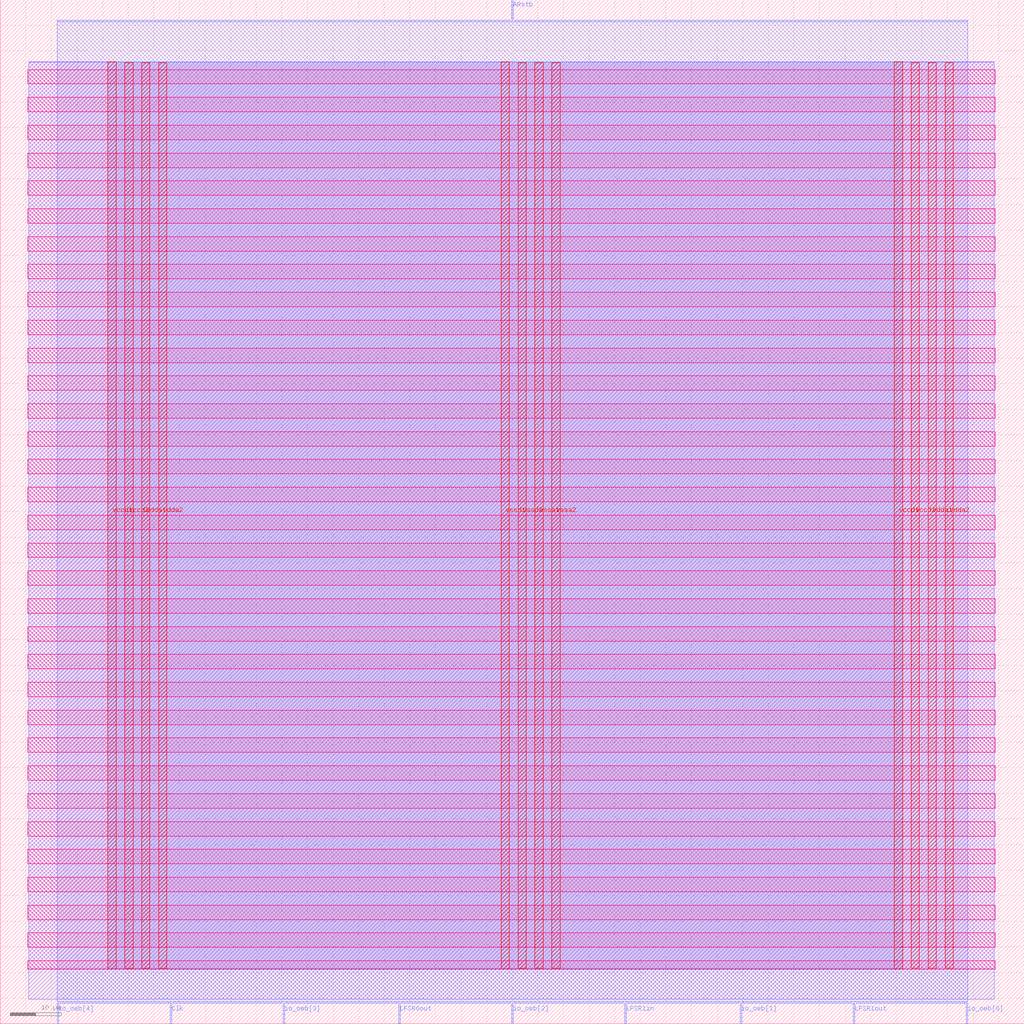
<source format=lef>
VERSION 5.7 ;
  NOWIREEXTENSIONATPIN ON ;
  DIVIDERCHAR "/" ;
  BUSBITCHARS "[]" ;
MACRO lfsr32
  CLASS BLOCK ;
  FOREIGN lfsr32 ;
  ORIGIN 0.000 0.000 ;
  SIZE 200.000 BY 200.000 ;
  PIN ARstb
    DIRECTION INPUT ;
    USE SIGNAL ;
    PORT
      LAYER met2 ;
        RECT 99.910 196.000 100.190 200.000 ;
    END
  END ARstb
  PIN Clk
    DIRECTION INPUT ;
    USE SIGNAL ;
    PORT
      LAYER met2 ;
        RECT 33.210 0.000 33.490 4.000 ;
    END
  END Clk
  PIN LFSR0out
    DIRECTION OUTPUT TRISTATE ;
    USE SIGNAL ;
    PORT
      LAYER met2 ;
        RECT 77.830 0.000 78.110 4.000 ;
    END
  END LFSR0out
  PIN LFSR1in
    DIRECTION INPUT ;
    USE SIGNAL ;
    PORT
      LAYER met2 ;
        RECT 121.990 0.000 122.270 4.000 ;
    END
  END LFSR1in
  PIN LFSR1out
    DIRECTION OUTPUT TRISTATE ;
    USE SIGNAL ;
    PORT
      LAYER met2 ;
        RECT 166.610 0.000 166.890 4.000 ;
    END
  END LFSR1out
  PIN io_oeb[0]
    DIRECTION OUTPUT TRISTATE ;
    USE SIGNAL ;
    PORT
      LAYER met2 ;
        RECT 188.690 0.000 188.970 4.000 ;
    END
  END io_oeb[0]
  PIN io_oeb[1]
    DIRECTION OUTPUT TRISTATE ;
    USE SIGNAL ;
    PORT
      LAYER met2 ;
        RECT 144.530 0.000 144.810 4.000 ;
    END
  END io_oeb[1]
  PIN io_oeb[2]
    DIRECTION OUTPUT TRISTATE ;
    USE SIGNAL ;
    PORT
      LAYER met2 ;
        RECT 99.910 0.000 100.190 4.000 ;
    END
  END io_oeb[2]
  PIN io_oeb[3]
    DIRECTION OUTPUT TRISTATE ;
    USE SIGNAL ;
    PORT
      LAYER met2 ;
        RECT 55.290 0.000 55.570 4.000 ;
    END
  END io_oeb[3]
  PIN io_oeb[4]
    DIRECTION OUTPUT TRISTATE ;
    USE SIGNAL ;
    PORT
      LAYER met2 ;
        RECT 11.130 0.000 11.410 4.000 ;
    END
  END io_oeb[4]
  PIN vccd1
    DIRECTION INOUT ;
    USE POWER ;
    PORT
      LAYER met4 ;
        RECT 174.640 10.640 176.240 187.920 ;
    END
  END vccd1
  PIN vccd1
    DIRECTION INOUT ;
    USE POWER ;
    PORT
      LAYER met4 ;
        RECT 21.040 10.640 22.640 187.920 ;
    END
  END vccd1
  PIN vssd1
    DIRECTION INOUT ;
    USE GROUND ;
    PORT
      LAYER met4 ;
        RECT 97.840 10.640 99.440 187.920 ;
    END
  END vssd1
  PIN vccd2
    DIRECTION INOUT ;
    USE POWER ;
    PORT
      LAYER met4 ;
        RECT 177.940 10.880 179.540 187.680 ;
    END
  END vccd2
  PIN vccd2
    DIRECTION INOUT ;
    USE POWER ;
    PORT
      LAYER met4 ;
        RECT 24.340 10.880 25.940 187.680 ;
    END
  END vccd2
  PIN vssd2
    DIRECTION INOUT ;
    USE GROUND ;
    PORT
      LAYER met4 ;
        RECT 101.140 10.880 102.740 187.680 ;
    END
  END vssd2
  PIN vdda1
    DIRECTION INOUT ;
    USE POWER ;
    PORT
      LAYER met4 ;
        RECT 181.240 10.880 182.840 187.680 ;
    END
  END vdda1
  PIN vdda1
    DIRECTION INOUT ;
    USE POWER ;
    PORT
      LAYER met4 ;
        RECT 27.640 10.880 29.240 187.680 ;
    END
  END vdda1
  PIN vssa1
    DIRECTION INOUT ;
    USE GROUND ;
    PORT
      LAYER met4 ;
        RECT 104.440 10.880 106.040 187.680 ;
    END
  END vssa1
  PIN vdda2
    DIRECTION INOUT ;
    USE POWER ;
    PORT
      LAYER met4 ;
        RECT 184.540 10.880 186.140 187.680 ;
    END
  END vdda2
  PIN vdda2
    DIRECTION INOUT ;
    USE POWER ;
    PORT
      LAYER met4 ;
        RECT 30.940 10.880 32.540 187.680 ;
    END
  END vdda2
  PIN vssa2
    DIRECTION INOUT ;
    USE GROUND ;
    PORT
      LAYER met4 ;
        RECT 107.740 10.880 109.340 187.680 ;
    END
  END vssa2
  OBS
      LAYER nwell ;
        RECT 5.330 183.545 194.310 186.375 ;
        RECT 5.330 178.105 194.310 180.935 ;
        RECT 5.330 172.665 194.310 175.495 ;
        RECT 5.330 167.225 194.310 170.055 ;
        RECT 5.330 161.785 194.310 164.615 ;
        RECT 5.330 156.345 194.310 159.175 ;
        RECT 5.330 150.905 194.310 153.735 ;
        RECT 5.330 145.465 194.310 148.295 ;
        RECT 5.330 140.025 194.310 142.855 ;
        RECT 5.330 134.585 194.310 137.415 ;
        RECT 5.330 129.145 194.310 131.975 ;
        RECT 5.330 123.705 194.310 126.535 ;
        RECT 5.330 118.265 194.310 121.095 ;
        RECT 5.330 112.825 194.310 115.655 ;
        RECT 5.330 107.385 194.310 110.215 ;
        RECT 5.330 101.945 194.310 104.775 ;
        RECT 5.330 96.505 194.310 99.335 ;
        RECT 5.330 91.065 194.310 93.895 ;
        RECT 5.330 85.625 194.310 88.455 ;
        RECT 5.330 80.185 194.310 83.015 ;
        RECT 5.330 74.745 194.310 77.575 ;
        RECT 5.330 69.305 194.310 72.135 ;
        RECT 5.330 63.865 194.310 66.695 ;
        RECT 5.330 58.425 194.310 61.255 ;
        RECT 5.330 52.985 194.310 55.815 ;
        RECT 5.330 47.545 194.310 50.375 ;
        RECT 5.330 42.105 194.310 44.935 ;
        RECT 5.330 36.665 194.310 39.495 ;
        RECT 5.330 31.225 194.310 34.055 ;
        RECT 5.330 25.785 194.310 28.615 ;
        RECT 5.330 20.345 194.310 23.175 ;
        RECT 5.330 14.905 194.310 17.735 ;
        RECT 5.330 10.690 194.310 12.295 ;
      LAYER li1 ;
        RECT 5.520 10.795 194.120 187.765 ;
      LAYER met1 ;
        RECT 5.520 4.800 194.120 187.920 ;
      LAYER met2 ;
        RECT 11.140 195.720 99.630 196.000 ;
        RECT 100.470 195.720 188.960 196.000 ;
        RECT 11.140 4.280 188.960 195.720 ;
        RECT 11.690 4.000 32.930 4.280 ;
        RECT 33.770 4.000 55.010 4.280 ;
        RECT 55.850 4.000 77.550 4.280 ;
        RECT 78.390 4.000 99.630 4.280 ;
        RECT 100.470 4.000 121.710 4.280 ;
        RECT 122.550 4.000 144.250 4.280 ;
        RECT 145.090 4.000 166.330 4.280 ;
        RECT 167.170 4.000 188.410 4.280 ;
      LAYER met3 ;
        RECT 21.040 10.715 176.240 187.845 ;
  END
END lfsr32
END LIBRARY


</source>
